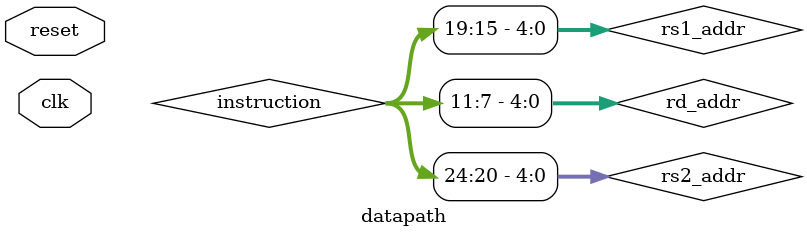
<source format=v>
module datapath (clk, reset);
    input clk;
    input reset;
    
    // Sinais internos
    wire [31:0] pc_next;
    reg [31:0] pc_current;
    wire [31:0] instruction;
    wire [1:0] alu_op;          // Corrigido: reduzido para 2 bits
    wire mem_read;
    wire mem_write;
    wire reg_write;
    wire mem_to_reg;
    wire alu_src;
    wire branch;
    wire [31:0] read_data1;
    wire [31:0] read_data2;
    wire [4:0] rs1_addr;
    wire [4:0] rs2_addr;
    wire [4:0] rd_addr;
    wire [31:0] immediate;
    wire [31:0] alu_result;
    wire alu_zero;
    wire [31:0] data_memory_read_data;
    wire [31:0] alu_src_mux_out;
    wire [31:0] mem_to_reg_mux_out;
    wire [31:0] pc_plus_4;
    wire [31:0] branch_target;
    
    // Registrador PC
    always @(posedge clk or posedge reset) begin
        if (reset) begin
            pc_current <= 32'h00000000;
        end else begin
            pc_current <= pc_next;
        end
    end
    
    // PC + 4
    assign pc_plus_4 = pc_current + 4;
    
    // Memória de instruções
    memoria_instrucao instr_mem (
        .endereco(pc_current[9:2]), 
        .dado(instruction)
    );
    
    // Unidade de controle (removido funct3 e funct7)
    uc control_unit (
        .opcode(instruction[6:0]),
        .alu_op(alu_op), 
        .mem_read(mem_read),
        .mem_write(mem_write),
        .reg_write(reg_write),
        .mem_to_reg(mem_to_reg),
        .alu_src(alu_src),
        .branch(branch)
    );
    
    // Decodificação dos endereços dos registradores
    assign rs1_addr = instruction[19:15]; 
    assign rs2_addr = instruction[24:20]; 
    assign rd_addr = instruction[11:7];
    
    // Banco de registradores (removido clk)
    registradores reg_file (
        .rs1(rs1_addr),
        .rs2(rs2_addr),
        .rd(rd_addr),
        .wr_data(mem_to_reg_mux_out),
        .wr(reg_write),
        .read1(read_data1),
        .read2(read_data2)
    );
    
    // Gerador de imediato
    imediato imm_gen (
        .instrucao(instruction),
        .imediato_out(immediate)
    );
    
    // MUX para fonte da ALU
    mux alu_src_mux (
        .in0(read_data2),  
        .in1(immediate),  
        .sel(alu_src),
        .out(alu_src_mux_out)
    );
    
    // ALU (removido Zero)
    ula alu (
        .A(read_data1),
        .B(alu_src_mux_out),
        .UlaOp(alu_op), 
        .Out(alu_result)
    );
    
    // Lógica para flag Zero (implementada externamente)
    assign alu_zero = (alu_result == 32'b0) ? 1'b1 : 1'b0;
    
    // Memória de dados (removido clk)
    memoria_dados data_mem (
        .rs(alu_result), 
        .wd(read_data2), 
        .wr(mem_write),
        .rd(data_memory_read_data)
    );
    
    // MUX para write-back
    mux mem_to_reg_mux (
        .in0(alu_result),          
        .in1(data_memory_read_data),  
        .sel(mem_to_reg),
        .out(mem_to_reg_mux_out)
    );
    
    // Cálculo do endereço de branch
    assign branch_target = pc_current + immediate;
    
    // MUX para próximo PC
    mux pc_mux (
        .in0(pc_plus_4),    
        .in1(branch_target), 
        .sel(branch && alu_zero), 
        .out(pc_next)
    );
    
endmodule

</source>
